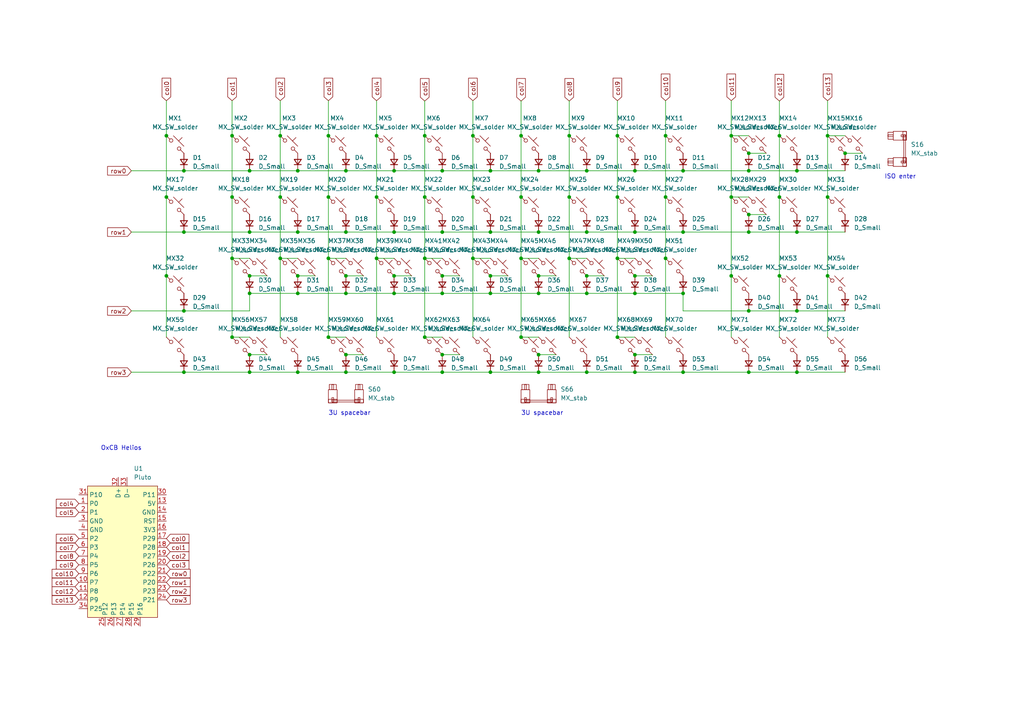
<source format=kicad_sch>
(kicad_sch (version 20230121) (generator eeschema)
  (paper "A4")
  (title_block (title "F-Rowless Num-Rowless XT Column Ortholinear Tenkeyless Keyboard"))
  (lib_symbols
    (symbol "Device:D_Small" (pin_numbers hide) (pin_names (offset 0.254) hide)
      (property "Reference" "D" (at -1.27 2.032 0))
      (property "Value" "D_Small" (at -3.81 -2.032 0))
      (symbol "D_Small_1_1"
        (pin passive line (at -2.54 0 0) (length 1.778) (name "K") (number "1"))
        (pin passive line (at 2.54 0 180) (length 1.778) (name "A") (number "2"))
      )
    )
    (symbol "PCM_marbastlib-mx:MX_SW_solder" (pin_numbers hide) (pin_names (offset 1.016) hide)
      (property "Reference" "MX" (at 3.048 1.016 0))
      (property "Value" "MX_SW_solder" (at 0 -3.81 0))
      (symbol "MX_SW_solder_0_1"
        (pin passive line (at -2.54 2.54 0) (length 0) (name "1") (number "1"))
        (pin passive line (at 2.54 -2.54 180) (length 0) (name "2") (number "2"))
      )
    )
    (symbol "PCM_marbastlib-mx:MX_stab" (pin_names (offset 1.016))
      (property "Reference" "S" (at -5.08 6.35 0))
      (property "Value" "MX_stab" (at -5.08 3.81 0))
    )
    (symbol "PCM_marbastlib-promicroish:Helios" (in_bom no)
      (property "Reference" "U" (at -7.62 22.86 0))
      (property "Value" "Pluto" (at -7.62 20.32 0))
      (symbol "Helios_0_0"
        (pin bidirectional line (at -12.7 13.97 0) (length 2.54) (name "P0") (number "1"))
        (pin bidirectional line (at -12.7 -8.89 0) (length 2.54) (name "P7") (number "10"))
        (pin bidirectional line (at -12.7 -11.43 0) (length 2.54) (name "P8") (number "11"))
        (pin bidirectional line (at -12.7 -13.97 0) (length 2.54) (name "P9") (number "12"))
        (pin power_out line (at 12.7 11.43 180) (length 2.54) (name "GND") (number "14"))
        (pin bidirectional line (at 12.7 8.89 180) (length 2.54) (name "RST") (number "15"))
        (pin bidirectional line (at 12.7 3.81 180) (length 2.54) (name "P29") (number "17"))
        (pin bidirectional line (at 12.7 1.27 180) (length 2.54) (name "P28") (number "18"))
        (pin bidirectional line (at 12.7 -1.27 180) (length 2.54) (name "P27") (number "19"))
        (pin bidirectional line (at -12.7 11.43 0) (length 2.54) (name "P1") (number "2"))
        (pin bidirectional line (at 12.7 -3.81 180) (length 2.54) (name "P26") (number "20"))
        (pin bidirectional line (at 12.7 -6.35 180) (length 2.54) (name "P22") (number "21"))
        (pin bidirectional line (at 12.7 -8.89 180) (length 2.54) (name "P20") (number "22"))
        (pin bidirectional line (at 12.7 -11.43 180) (length 2.54) (name "P23") (number "23"))
        (pin bidirectional line (at 12.7 -13.97 180) (length 2.54) (name "P21") (number "24"))
        (pin power_out line (at -12.7 8.89 0) (length 2.54) (name "GND") (number "3"))
        (pin power_out line (at -12.7 6.35 0) (length 2.54) (name "GND") (number "4"))
        (pin bidirectional line (at -12.7 3.81 0) (length 2.54) (name "P2") (number "5"))
        (pin bidirectional line (at -12.7 1.27 0) (length 2.54) (name "P3") (number "6"))
        (pin bidirectional line (at -12.7 -1.27 0) (length 2.54) (name "P4") (number "7"))
        (pin bidirectional line (at -12.7 -3.81 0) (length 2.54) (name "P5") (number "8"))
        (pin bidirectional line (at -12.7 -6.35 0) (length 2.54) (name "P6") (number "9"))
      )
      (symbol "Helios_1_0"
        (pin bidirectional line (at 12.7 13.97 180) (length 2.54) (name "5V") (number "13"))
        (pin power_out line (at 12.7 6.35 180) (length 2.54) (name "3V3") (number "16"))
        (pin bidirectional line (at -5.08 -21.59 90) (length 2.54) (name "P12") (number "25"))
        (pin bidirectional line (at -2.54 -21.59 90) (length 2.54) (name "P13") (number "26"))
        (pin bidirectional line (at 0 -21.59 90) (length 2.54) (name "P14") (number "27"))
        (pin bidirectional line (at 2.54 -21.59 90) (length 2.54) (name "P15") (number "28"))
        (pin bidirectional line (at 5.08 -21.59 90) (length 2.54) (name "P16") (number "29"))
        (pin power_in line (at 12.7 16.51 180) (length 2.54) (name "P11") (number "30"))
        (pin bidirectional line (at -12.7 16.51 0) (length 2.54) (name "P10") (number "31"))
        (pin bidirectional line (at -1.27 21.59 270) (length 2.54) (name "D+") (number "32"))
        (pin bidirectional line (at 1.27 21.59 270) (length 2.54) (name "D-") (number "33"))
        (pin bidirectional line (at -12.7 -16.51 0) (length 2.54) (name "P25") (number "34"))
      )
    )
  )
  (junction (at 123.19 97.79))
  (junction (at 156.21 67.31))
  (junction (at 123.19 39.37))
  (junction (at 193.04 74.93))
  (junction (at 165.1 74.93))
  (junction (at 151.13 57.15))
  (junction (at 123.19 57.15))
  (junction (at 128.27 67.31))
  (junction (at 156.21 80.01))
  (junction (at 100.33 80.01))
  (junction (at 217.17 44.45))
  (junction (at 95.25 97.79))
  (junction (at 137.16 57.15))
  (junction (at 217.17 107.95))
  (junction (at 170.18 80.01))
  (junction (at 100.33 102.87))
  (junction (at 217.17 67.31))
  (junction (at 184.15 85.09))
  (junction (at 212.09 80.01))
  (junction (at 151.13 97.79))
  (junction (at 193.04 57.15))
  (junction (at 179.07 39.37))
  (junction (at 114.3 85.09))
  (junction (at 48.26 57.15))
  (junction (at 142.24 67.31))
  (junction (at 128.27 80.01))
  (junction (at 198.12 67.31))
  (junction (at 170.18 107.95))
  (junction (at 179.07 74.93))
  (junction (at 137.16 39.37))
  (junction (at 100.33 107.95))
  (junction (at 226.06 39.37))
  (junction (at 53.34 90.17))
  (junction (at 72.39 80.01))
  (junction (at 72.39 102.87))
  (junction (at 109.22 57.15))
  (junction (at 86.36 49.53))
  (junction (at 165.1 57.15))
  (junction (at 184.15 102.87))
  (junction (at 156.21 102.87))
  (junction (at 179.07 57.15))
  (junction (at 86.36 67.31))
  (junction (at 226.06 57.15))
  (junction (at 142.24 80.01))
  (junction (at 86.36 80.01))
  (junction (at 151.13 74.93))
  (junction (at 231.14 67.31))
  (junction (at 240.03 57.15))
  (junction (at 53.34 107.95))
  (junction (at 95.25 74.93))
  (junction (at 156.21 85.09))
  (junction (at 217.17 90.17))
  (junction (at 217.17 62.23))
  (junction (at 231.14 49.53))
  (junction (at 95.25 39.37))
  (junction (at 156.21 107.95))
  (junction (at 184.15 80.01))
  (junction (at 72.39 49.53))
  (junction (at 245.11 44.45))
  (junction (at 109.22 39.37))
  (junction (at 231.14 90.17))
  (junction (at 151.13 39.37))
  (junction (at 114.3 49.53))
  (junction (at 81.28 57.15))
  (junction (at 86.36 85.09))
  (junction (at 128.27 85.09))
  (junction (at 81.28 39.37))
  (junction (at 100.33 67.31))
  (junction (at 240.03 39.37))
  (junction (at 142.24 85.09))
  (junction (at 231.14 107.95))
  (junction (at 123.19 74.93))
  (junction (at 240.03 80.01))
  (junction (at 212.09 57.15))
  (junction (at 100.33 49.53))
  (junction (at 128.27 102.87))
  (junction (at 72.39 107.95))
  (junction (at 217.17 49.53))
  (junction (at 67.31 39.37))
  (junction (at 212.09 39.37))
  (junction (at 198.12 107.95))
  (junction (at 184.15 67.31))
  (junction (at 53.34 67.31))
  (junction (at 67.31 97.79))
  (junction (at 128.27 49.53))
  (junction (at 142.24 49.53))
  (junction (at 170.18 67.31))
  (junction (at 72.39 85.09))
  (junction (at 48.26 80.01))
  (junction (at 156.21 49.53))
  (junction (at 100.33 85.09))
  (junction (at 109.22 74.93))
  (junction (at 72.39 67.31))
  (junction (at 142.24 107.95))
  (junction (at 67.31 74.93))
  (junction (at 170.18 85.09))
  (junction (at 184.15 49.53))
  (junction (at 114.3 80.01))
  (junction (at 53.34 49.53))
  (junction (at 95.25 57.15))
  (junction (at 81.28 74.93))
  (junction (at 179.07 97.79))
  (junction (at 128.27 107.95))
  (junction (at 67.31 57.15))
  (junction (at 184.15 107.95))
  (junction (at 86.36 107.95))
  (junction (at 165.1 39.37))
  (junction (at 137.16 74.93))
  (junction (at 198.12 49.53))
  (junction (at 114.3 67.31))
  (junction (at 48.26 39.37))
  (junction (at 114.3 107.95))
  (junction (at 198.12 85.09))
  (junction (at 193.04 39.37))
  (junction (at 170.18 49.53))
  (junction (at 226.06 80.01))
  (wire (pts (xy 142.24 85.09) (xy 156.21 85.09)))
  (wire (pts (xy 142.24 49.53) (xy 156.21 49.53)))
  (wire (pts (xy 86.36 107.95) (xy 100.33 107.95)))
  (wire (pts (xy 81.28 29.21) (xy 81.28 39.37)))
  (wire (pts (xy 114.3 85.09) (xy 128.27 85.09)))
  (wire (pts (xy 226.06 57.15) (xy 226.06 80.01)))
  (wire (pts (xy 217.17 49.53) (xy 231.14 49.53)))
  (wire (pts (xy 231.14 107.95) (xy 245.11 107.95)))
  (wire (pts (xy 67.31 29.21) (xy 67.31 39.37)))
  (wire (pts (xy 137.16 57.15) (xy 137.16 74.93)))
  (wire (pts (xy 217.17 44.45) (xy 222.25 44.45)))
  (wire (pts (xy 165.1 57.15) (xy 165.1 74.93)))
  (wire (pts (xy 151.13 74.93) (xy 156.21 74.93)))
  (wire (pts (xy 151.13 57.15) (xy 151.13 74.93)))
  (wire (pts (xy 156.21 107.95) (xy 170.18 107.95)))
  (wire (pts (xy 48.26 80.01) (xy 48.26 97.79)))
  (wire (pts (xy 109.22 57.15) (xy 109.22 74.93)))
  (wire (pts (xy 109.22 39.37) (xy 109.22 57.15)))
  (wire (pts (xy 226.06 29.21) (xy 226.06 39.37)))
  (wire (pts (xy 212.09 29.21) (xy 212.09 39.37)))
  (wire (pts (xy 151.13 29.21) (xy 151.13 39.37)))
  (wire (pts (xy 100.33 102.87) (xy 105.41 102.87)))
  (wire (pts (xy 170.18 67.31) (xy 184.15 67.31)))
  (wire (pts (xy 212.09 39.37) (xy 217.17 39.37)))
  (wire (pts (xy 240.03 80.01) (xy 240.03 97.79)))
  (wire (pts (xy 123.19 97.79) (xy 128.27 97.79)))
  (wire (pts (xy 217.17 67.31) (xy 231.14 67.31)))
  (wire (pts (xy 72.39 90.17) (xy 53.34 90.17)))
  (wire (pts (xy 137.16 39.37) (xy 137.16 57.15)))
  (wire (pts (xy 128.27 67.31) (xy 142.24 67.31)))
  (wire (pts (xy 48.26 39.37) (xy 48.26 57.15)))
  (wire (pts (xy 212.09 80.01) (xy 212.09 97.79)))
  (wire (pts (xy 123.19 57.15) (xy 123.19 74.93)))
  (wire (pts (xy 184.15 49.53) (xy 198.12 49.53)))
  (wire (pts (xy 128.27 102.87) (xy 133.35 102.87)))
  (wire (pts (xy 142.24 107.95) (xy 156.21 107.95)))
  (wire (pts (xy 72.39 102.87) (xy 77.47 102.87)))
  (wire (pts (xy 38.1 49.53) (xy 53.34 49.53)))
  (wire (pts (xy 72.39 67.31) (xy 86.36 67.31)))
  (wire (pts (xy 184.15 67.31) (xy 198.12 67.31)))
  (wire (pts (xy 212.09 57.15) (xy 217.17 57.15)))
  (wire (pts (xy 245.11 44.45) (xy 250.19 44.45)))
  (wire (pts (xy 128.27 49.53) (xy 142.24 49.53)))
  (wire (pts (xy 48.26 29.21) (xy 48.26 39.37)))
  (wire (pts (xy 72.39 80.01) (xy 77.47 80.01)))
  (wire (pts (xy 95.25 57.15) (xy 95.25 74.93)))
  (wire (pts (xy 100.33 85.09) (xy 114.3 85.09)))
  (wire (pts (xy 137.16 74.93) (xy 142.24 74.93)))
  (wire (pts (xy 179.07 97.79) (xy 184.15 97.79)))
  (wire (pts (xy 231.14 67.31) (xy 245.11 67.31)))
  (wire (pts (xy 179.07 39.37) (xy 179.07 57.15)))
  (wire (pts (xy 95.25 39.37) (xy 95.25 57.15)))
  (wire (pts (xy 217.17 107.95) (xy 231.14 107.95)))
  (wire (pts (xy 38.1 107.95) (xy 53.34 107.95)))
  (wire (pts (xy 193.04 57.15) (xy 193.04 74.93)))
  (wire (pts (xy 142.24 80.01) (xy 147.32 80.01)))
  (wire (pts (xy 100.33 80.01) (xy 105.41 80.01)))
  (wire (pts (xy 128.27 107.95) (xy 142.24 107.95)))
  (wire (pts (xy 179.07 74.93) (xy 179.07 97.79)))
  (wire (pts (xy 184.15 107.95) (xy 198.12 107.95)))
  (wire (pts (xy 95.25 74.93) (xy 100.33 74.93)))
  (wire (pts (xy 151.13 74.93) (xy 151.13 97.79)))
  (wire (pts (xy 123.19 39.37) (xy 123.19 57.15)))
  (wire (pts (xy 165.1 74.93) (xy 170.18 74.93)))
  (wire (pts (xy 240.03 39.37) (xy 240.03 57.15)))
  (wire (pts (xy 165.1 29.21) (xy 165.1 39.37)))
  (wire (pts (xy 67.31 74.93) (xy 72.39 74.93)))
  (wire (pts (xy 72.39 85.09) (xy 72.39 90.17)))
  (wire (pts (xy 226.06 80.01) (xy 226.06 97.79)))
  (wire (pts (xy 86.36 67.31) (xy 100.33 67.31)))
  (wire (pts (xy 67.31 57.15) (xy 67.31 74.93)))
  (wire (pts (xy 156.21 49.53) (xy 170.18 49.53)))
  (wire (pts (xy 53.34 107.95) (xy 72.39 107.95)))
  (wire (pts (xy 128.27 80.01) (xy 133.35 80.01)))
  (wire (pts (xy 128.27 85.09) (xy 142.24 85.09)))
  (wire (pts (xy 109.22 29.21) (xy 109.22 39.37)))
  (wire (pts (xy 198.12 90.17) (xy 198.12 85.09)))
  (wire (pts (xy 165.1 39.37) (xy 165.1 57.15)))
  (wire (pts (xy 38.1 90.17) (xy 53.34 90.17)))
  (wire (pts (xy 240.03 39.37) (xy 245.11 39.37)))
  (wire (pts (xy 53.34 49.53) (xy 72.39 49.53)))
  (wire (pts (xy 72.39 107.95) (xy 86.36 107.95)))
  (wire (pts (xy 198.12 67.31) (xy 217.17 67.31)))
  (wire (pts (xy 53.34 67.31) (xy 72.39 67.31)))
  (wire (pts (xy 231.14 90.17) (xy 245.11 90.17)))
  (wire (pts (xy 123.19 74.93) (xy 123.19 97.79)))
  (wire (pts (xy 81.28 74.93) (xy 81.28 97.79)))
  (wire (pts (xy 170.18 49.53) (xy 184.15 49.53)))
  (wire (pts (xy 48.26 57.15) (xy 48.26 80.01)))
  (wire (pts (xy 212.09 39.37) (xy 212.09 57.15)))
  (wire (pts (xy 123.19 29.21) (xy 123.19 39.37)))
  (wire (pts (xy 38.1 67.31) (xy 53.34 67.31)))
  (wire (pts (xy 95.25 74.93) (xy 95.25 97.79)))
  (wire (pts (xy 226.06 39.37) (xy 226.06 57.15)))
  (wire (pts (xy 184.15 85.09) (xy 198.12 85.09)))
  (wire (pts (xy 156.21 67.31) (xy 170.18 67.31)))
  (wire (pts (xy 240.03 29.21) (xy 240.03 39.37)))
  (wire (pts (xy 86.36 49.53) (xy 100.33 49.53)))
  (wire (pts (xy 156.21 80.01) (xy 161.29 80.01)))
  (wire (pts (xy 72.39 85.09) (xy 86.36 85.09)))
  (wire (pts (xy 109.22 74.93) (xy 114.3 74.93)))
  (wire (pts (xy 170.18 80.01) (xy 175.26 80.01)))
  (wire (pts (xy 72.39 49.53) (xy 86.36 49.53)))
  (wire (pts (xy 86.36 85.09) (xy 100.33 85.09)))
  (wire (pts (xy 217.17 62.23) (xy 222.25 62.23)))
  (wire (pts (xy 170.18 85.09) (xy 184.15 85.09)))
  (wire (pts (xy 81.28 57.15) (xy 81.28 74.93)))
  (wire (pts (xy 151.13 39.37) (xy 151.13 57.15)))
  (wire (pts (xy 67.31 97.79) (xy 72.39 97.79)))
  (wire (pts (xy 170.18 107.95) (xy 184.15 107.95)))
  (wire (pts (xy 193.04 39.37) (xy 193.04 57.15)))
  (wire (pts (xy 151.13 97.79) (xy 156.21 97.79)))
  (wire (pts (xy 67.31 74.93) (xy 67.31 97.79)))
  (wire (pts (xy 100.33 67.31) (xy 114.3 67.31)))
  (wire (pts (xy 123.19 74.93) (xy 128.27 74.93)))
  (wire (pts (xy 137.16 74.93) (xy 137.16 97.79)))
  (wire (pts (xy 217.17 90.17) (xy 198.12 90.17)))
  (wire (pts (xy 67.31 39.37) (xy 67.31 57.15)))
  (wire (pts (xy 81.28 39.37) (xy 81.28 57.15)))
  (wire (pts (xy 165.1 74.93) (xy 165.1 97.79)))
  (wire (pts (xy 198.12 107.95) (xy 217.17 107.95)))
  (wire (pts (xy 184.15 80.01) (xy 189.23 80.01)))
  (wire (pts (xy 114.3 107.95) (xy 128.27 107.95)))
  (wire (pts (xy 231.14 49.53) (xy 245.11 49.53)))
  (wire (pts (xy 179.07 29.21) (xy 179.07 39.37)))
  (wire (pts (xy 100.33 107.95) (xy 114.3 107.95)))
  (wire (pts (xy 156.21 102.87) (xy 161.29 102.87)))
  (wire (pts (xy 114.3 49.53) (xy 128.27 49.53)))
  (wire (pts (xy 179.07 74.93) (xy 184.15 74.93)))
  (wire (pts (xy 137.16 29.21) (xy 137.16 39.37)))
  (wire (pts (xy 86.36 80.01) (xy 91.44 80.01)))
  (wire (pts (xy 114.3 80.01) (xy 119.38 80.01)))
  (wire (pts (xy 156.21 85.09) (xy 170.18 85.09)))
  (wire (pts (xy 198.12 49.53) (xy 217.17 49.53)))
  (wire (pts (xy 193.04 29.21) (xy 193.04 39.37)))
  (wire (pts (xy 95.25 29.21) (xy 95.25 39.37)))
  (wire (pts (xy 240.03 57.15) (xy 240.03 80.01)))
  (wire (pts (xy 193.04 74.93) (xy 193.04 97.79)))
  (wire (pts (xy 81.28 74.93) (xy 86.36 74.93)))
  (wire (pts (xy 179.07 57.15) (xy 179.07 74.93)))
  (wire (pts (xy 217.17 90.17) (xy 231.14 90.17)))
  (wire (pts (xy 212.09 57.15) (xy 212.09 80.01)))
  (wire (pts (xy 114.3 67.31) (xy 128.27 67.31)))
  (wire (pts (xy 184.15 102.87) (xy 189.23 102.87)))
  (wire (pts (xy 100.33 49.53) (xy 114.3 49.53)))
  (wire (pts (xy 142.24 67.31) (xy 156.21 67.31)))
  (wire (pts (xy 95.25 97.79) (xy 100.33 97.79)))
  (wire (pts (xy 109.22 74.93) (xy 109.22 97.79)))
  (text "ISO enter" (at 256.54 52.07 0) (effects (font (size 1.27 1.27)) (justify left bottom)))
  (text "OxCB Helios" (at 29.21 130.81 0) (effects (font (size 1.27 1.27)) (justify left bottom)))
  (text "3U spacebar" (at 95.25 120.65 0) (effects (font (size 1.27 1.27)) (justify left bottom)))
  (text "3U spacebar" (at 151.13 120.65 0) (effects (font (size 1.27 1.27)) (justify left bottom)))
  (global_label "col9" (shape input) (at 22.86 163.83 180) (property "Intersheetrefs" "${INTERSHEET_REFS}" (effects hide)))
  (global_label "row2" (shape input) (at 48.26 171.45 0) (property "Intersheetrefs" "${INTERSHEET_REFS}" (effects hide)))
  (global_label "col11" (shape input) (at 212.09 29.21 90) (property "Intersheetrefs" "${INTERSHEET_REFS}" (effects hide)))
  (global_label "row2" (shape input) (at 38.1 90.17 180) (property "Intersheetrefs" "${INTERSHEET_REFS}" (effects hide)))
  (global_label "col6" (shape input) (at 137.16 29.21 90) (property "Intersheetrefs" "${INTERSHEET_REFS}" (effects hide)))
  (global_label "col6" (shape input) (at 22.86 156.21 180) (property "Intersheetrefs" "${INTERSHEET_REFS}" (effects hide)))
  (global_label "col2" (shape input) (at 81.28 29.21 90) (property "Intersheetrefs" "${INTERSHEET_REFS}" (effects hide)))
  (global_label "col3" (shape input) (at 95.25 29.21 90) (property "Intersheetrefs" "${INTERSHEET_REFS}" (effects hide)))
  (global_label "col8" (shape input) (at 22.86 161.29 180) (property "Intersheetrefs" "${INTERSHEET_REFS}" (effects hide)))
  (global_label "col4" (shape input) (at 22.86 146.05 180) (property "Intersheetrefs" "${INTERSHEET_REFS}" (effects hide)))
  (global_label "row0" (shape input) (at 48.26 166.37 0) (property "Intersheetrefs" "${INTERSHEET_REFS}" (effects hide)))
  (global_label "col4" (shape input) (at 109.22 29.21 90) (property "Intersheetrefs" "${INTERSHEET_REFS}" (effects hide)))
  (global_label "col1" (shape input) (at 48.26 158.75 0) (property "Intersheetrefs" "${INTERSHEET_REFS}" (effects hide)))
  (global_label "col7" (shape input) (at 22.86 158.75 180) (property "Intersheetrefs" "${INTERSHEET_REFS}" (effects hide)))
  (global_label "col10" (shape input) (at 22.86 166.37 180) (property "Intersheetrefs" "${INTERSHEET_REFS}" (effects hide)))
  (global_label "col1" (shape input) (at 67.31 29.21 90) (property "Intersheetrefs" "${INTERSHEET_REFS}" (effects hide)))
  (global_label "col5" (shape input) (at 123.19 29.316 90) (property "Intersheetrefs" "${INTERSHEET_REFS}" (effects hide)))
  (global_label "row0" (shape input) (at 38.1 49.53 180) (property "Intersheetrefs" "${INTERSHEET_REFS}" (effects hide)))
  (global_label "col11" (shape input) (at 22.86 168.91 180) (property "Intersheetrefs" "${INTERSHEET_REFS}" (effects hide)))
  (global_label "row1" (shape input) (at 38.1 67.31 180) (property "Intersheetrefs" "${INTERSHEET_REFS}" (effects hide)))
  (global_label "col5" (shape input) (at 22.86 148.59 180) (property "Intersheetrefs" "${INTERSHEET_REFS}" (effects hide)))
  (global_label "col13" (shape input) (at 240.03 29.21 90) (property "Intersheetrefs" "${INTERSHEET_REFS}" (effects hide)))
  (global_label "col10" (shape input) (at 193.04 29.21 90) (property "Intersheetrefs" "${INTERSHEET_REFS}" (effects hide)))
  (global_label "col12" (shape input) (at 226.06 29.316 90) (property "Intersheetrefs" "${INTERSHEET_REFS}" (effects hide)))
  (global_label "col8" (shape input) (at 165.1 29.316 90) (property "Intersheetrefs" "${INTERSHEET_REFS}" (effects hide)))
  (global_label "col7" (shape input) (at 151.13 29.316 90) (property "Intersheetrefs" "${INTERSHEET_REFS}" (effects hide)))
  (global_label "col9" (shape input) (at 179.07 29.21 90) (property "Intersheetrefs" "${INTERSHEET_REFS}" (effects hide)))
  (global_label "col2" (shape input) (at 48.26 161.29 0) (property "Intersheetrefs" "${INTERSHEET_REFS}" (effects hide)))
  (global_label "row3" (shape input) (at 48.26 173.99 0) (property "Intersheetrefs" "${INTERSHEET_REFS}" (effects hide)))
  (global_label "row1" (shape input) (at 48.26 168.91 0) (property "Intersheetrefs" "${INTERSHEET_REFS}" (effects hide)))
  (global_label "col3" (shape input) (at 48.26 163.83 0) (property "Intersheetrefs" "${INTERSHEET_REFS}" (effects hide)))
  (global_label "col0" (shape input) (at 48.26 29.21 90) (property "Intersheetrefs" "${INTERSHEET_REFS}" (effects hide)))
  (global_label "col13" (shape input) (at 22.86 173.99 180) (property "Intersheetrefs" "${INTERSHEET_REFS}" (effects hide)))
  (global_label "col12" (shape input) (at 22.86 171.45 180) (property "Intersheetrefs" "${INTERSHEET_REFS}" (effects hide)))
  (global_label "col0" (shape input) (at 48.26 156.21 0) (property "Intersheetrefs" "${INTERSHEET_REFS}" (effects hide)))
  (global_label "row3" (shape input) (at 38.1 107.95 180) (property "Intersheetrefs" "${INTERSHEET_REFS}" (effects hide)))
  (symbol (lib_id "PCM_marbastlib-mx:MX_SW_solder") (at 153.67 100.33 0) (unit 1)
    (property "Reference" "MX65" (at 153.67 92.71 0))
    (property "Value" "MX_SW_solder" (at 153.67 95.25 0))
    (property "Footprint" "PCM_marbastlib-mx:SW_MX_1u" (effects hide))
  )
  (symbol (lib_id "PCM_marbastlib-mx:MX_SW_solder") (at 139.7 77.47 0) (unit 1)
    (property "Reference" "MX43" (at 139.7 69.85 0))
    (property "Value" "MX_SW_solder" (at 139.7 72.39 0))
    (property "Footprint" "PCM_marbastlib-mx:SW_MX_1u" (effects hide))
  )
  (symbol (lib_id "Device:D_Small") (at 231.14 105.41 90) (unit 1)
    (property "Reference" "D55" (at 233.68 104.14 90) (effects (justify right)))
    (property "Value" "D_Small" (at 233.68 106.68 90) (effects (justify right)))
    (property "Footprint" "footprints:D_DO-35_SOD27_P5.08mm_Horizontal" (effects hide))
    (property "Sim.Device" "D" (effects hide))
    (property "Sim.Pins" "1=K 2=A" (effects hide))
  )
  (symbol (lib_id "PCM_marbastlib-mx:MX_stab") (at 156.21 114.3 0) (unit 1)
    (property "Reference" "S66" (at 162.56 112.903 0) (effects (justify left)))
    (property "Value" "MX_stab" (at 162.56 115.443 0) (effects (justify left)))
    (property "Footprint" "PCM_marbastlib-mx:STAB_MX_P_3u" (effects hide))
  )
  (symbol (lib_id "PCM_marbastlib-mx:MX_SW_solder") (at 83.82 100.33 0) (unit 1)
    (property "Reference" "MX58" (at 83.82 92.71 0))
    (property "Value" "MX_SW_solder" (at 83.82 95.25 0))
    (property "Footprint" "PCM_marbastlib-mx:SW_MX_1u" (effects hide))
  )
  (symbol (lib_id "Device:D_Small") (at 231.14 46.99 90) (unit 1)
    (property "Reference" "D13" (at 233.68 45.72 90) (effects (justify right)))
    (property "Value" "D_Small" (at 233.68 48.26 90) (effects (justify right)))
    (property "Footprint" "footprints:D_DO-35_SOD27_P5.08mm_Horizontal" (effects hide))
    (property "Sim.Device" "D" (effects hide))
    (property "Sim.Pins" "1=K 2=A" (effects hide))
  )
  (symbol (lib_id "PCM_marbastlib-mx:MX_SW_solder") (at 181.61 100.33 0) (unit 1)
    (property "Reference" "MX68" (at 181.61 92.71 0))
    (property "Value" "MX_SW_solder" (at 181.61 95.25 0))
    (property "Footprint" "PCM_marbastlib-mx:SW_MX_1u" (effects hide))
  )
  (symbol (lib_id "PCM_marbastlib-mx:MX_SW_solder") (at 111.76 59.69 0) (unit 1)
    (property "Reference" "MX21" (at 111.76 52.07 0))
    (property "Value" "MX_SW_solder" (at 111.76 54.61 0))
    (property "Footprint" "PCM_marbastlib-mx:SW_MX_1u" (effects hide))
  )
  (symbol (lib_id "PCM_marbastlib-mx:MX_SW_solder") (at 247.65 41.91 0) (unit 1)
    (property "Reference" "MX16" (at 247.65 34.29 0))
    (property "Value" "MX_SW_solder" (at 247.65 36.83 0))
    (property "Footprint" "PCM_marbastlib-mx:SW_MX_1u" (effects hide))
  )
  (symbol (lib_id "PCM_marbastlib-mx:MX_SW_solder") (at 83.82 59.69 0) (unit 1)
    (property "Reference" "MX19" (at 83.82 52.07 0))
    (property "Value" "MX_SW_solder" (at 83.82 54.61 0))
    (property "Footprint" "PCM_marbastlib-mx:SW_MX_1u" (effects hide))
  )
  (symbol (lib_id "PCM_marbastlib-mx:MX_SW_solder") (at 130.81 100.33 0) (unit 1)
    (property "Reference" "MX63" (at 130.81 92.71 0))
    (property "Value" "MX_SW_solder" (at 130.81 95.25 0))
    (property "Footprint" "PCM_marbastlib-mx:SW_MX_1u" (effects hide))
  )
  (symbol (lib_id "Device:D_Small") (at 53.34 105.41 90) (unit 1)
    (property "Reference" "D43" (at 55.88 104.14 90) (effects (justify right)))
    (property "Value" "D_Small" (at 55.88 106.68 90) (effects (justify right)))
    (property "Footprint" "footprints:D_DO-35_SOD27_P5.08mm_Horizontal" (effects hide))
    (property "Sim.Device" "D" (effects hide))
    (property "Sim.Pins" "1=K 2=A" (effects hide))
  )
  (symbol (lib_id "Device:D_Small") (at 114.3 105.41 90) (unit 1)
    (property "Reference" "D47" (at 116.84 104.14 90) (effects (justify right)))
    (property "Value" "D_Small" (at 116.84 106.68 90) (effects (justify right)))
    (property "Footprint" "footprints:D_DO-35_SOD27_P5.08mm_Horizontal" (effects hide))
    (property "Sim.Device" "D" (effects hide))
    (property "Sim.Pins" "1=K 2=A" (effects hide))
  )
  (symbol (lib_id "PCM_marbastlib-mx:MX_SW_solder") (at 153.67 59.69 0) (unit 1)
    (property "Reference" "MX24" (at 153.67 52.07 0))
    (property "Value" "MX_SW_solder" (at 153.67 54.61 0))
    (property "Footprint" "PCM_marbastlib-mx:SW_MX_1u" (effects hide))
  )
  (symbol (lib_id "PCM_marbastlib-mx:MX_SW_solder") (at 228.6 82.55 0) (unit 1)
    (property "Reference" "MX53" (at 228.6 74.93 0))
    (property "Value" "MX_SW_solder" (at 228.6 77.47 0))
    (property "Footprint" "PCM_marbastlib-mx:SW_MX_1u" (effects hide))
  )
  (symbol (lib_id "Device:D_Small") (at 100.33 105.41 90) (unit 1)
    (property "Reference" "D46" (at 102.87 104.14 90) (effects (justify right)))
    (property "Value" "D_Small" (at 102.87 106.68 90) (effects (justify right)))
    (property "Footprint" "footprints:D_DO-35_SOD27_P5.08mm_Horizontal" (effects hide))
    (property "Sim.Device" "D" (effects hide))
    (property "Sim.Pins" "1=K 2=A" (effects hide))
  )
  (symbol (lib_id "PCM_marbastlib-mx:MX_stab") (at 100.33 114.3 0) (unit 1)
    (property "Reference" "S60" (at 106.68 112.903 0) (effects (justify left)))
    (property "Value" "MX_stab" (at 106.68 115.443 0) (effects (justify left)))
    (property "Footprint" "PCM_marbastlib-mx:STAB_MX_P_3u" (effects hide))
  )
  (symbol (lib_id "Device:D_Small") (at 53.34 46.99 90) (unit 1)
    (property "Reference" "D1" (at 55.88 45.72 90) (effects (justify right)))
    (property "Value" "D_Small" (at 55.88 48.26 90) (effects (justify right)))
    (property "Footprint" "footprints:D_DO-35_SOD27_P5.08mm_Horizontal" (effects hide))
    (property "Sim.Device" "D" (effects hide))
    (property "Sim.Pins" "1=K 2=A" (effects hide))
  )
  (symbol (lib_id "PCM_marbastlib-mx:MX_SW_solder") (at 97.79 41.91 0) (unit 1)
    (property "Reference" "MX4" (at 97.79 34.29 0))
    (property "Value" "MX_SW_solder" (at 97.79 36.83 0))
    (property "Footprint" "PCM_marbastlib-mx:SW_MX_1u" (effects hide))
  )
  (symbol (lib_id "Device:D_Small") (at 184.15 64.77 90) (unit 1)
    (property "Reference" "D24" (at 186.69 63.5 90) (effects (justify right)))
    (property "Value" "D_Small" (at 186.69 66.04 90) (effects (justify right)))
    (property "Footprint" "footprints:D_DO-35_SOD27_P5.08mm_Horizontal" (effects hide))
    (property "Sim.Device" "D" (effects hide))
    (property "Sim.Pins" "1=K 2=A" (effects hide))
  )
  (symbol (lib_id "PCM_marbastlib-mx:MX_SW_solder") (at 69.85 77.47 0) (unit 1)
    (property "Reference" "MX33" (at 69.85 69.85 0))
    (property "Value" "MX_SW_solder" (at 69.85 72.39 0))
    (property "Footprint" "PCM_marbastlib-mx:SW_MX_1u" (effects hide))
  )
  (symbol (lib_id "Device:D_Small") (at 86.36 64.77 90) (unit 1)
    (property "Reference" "D17" (at 88.9 63.5 90) (effects (justify right)))
    (property "Value" "D_Small" (at 88.9 66.04 90) (effects (justify right)))
    (property "Footprint" "footprints:D_DO-35_SOD27_P5.08mm_Horizontal" (effects hide))
    (property "Sim.Device" "D" (effects hide))
    (property "Sim.Pins" "1=K 2=A" (effects hide))
  )
  (symbol (lib_id "PCM_marbastlib-mx:MX_SW_solder") (at 167.64 41.91 0) (unit 1)
    (property "Reference" "MX9" (at 167.64 34.29 0))
    (property "Value" "MX_SW_solder" (at 167.64 36.83 0))
    (property "Footprint" "PCM_marbastlib-mx:SW_MX_1u" (effects hide))
  )
  (symbol (lib_id "Device:D_Small") (at 231.14 64.77 90) (unit 1)
    (property "Reference" "D27" (at 233.68 63.5 90) (effects (justify right)))
    (property "Value" "D_Small" (at 233.68 66.04 90) (effects (justify right)))
    (property "Footprint" "footprints:D_DO-35_SOD27_P5.08mm_Horizontal" (effects hide))
    (property "Sim.Device" "D" (effects hide))
    (property "Sim.Pins" "1=K 2=A" (effects hide))
  )
  (symbol (lib_id "PCM_marbastlib-mx:MX_SW_solder") (at 153.67 41.91 0) (unit 1)
    (property "Reference" "MX8" (at 153.67 34.29 0))
    (property "Value" "MX_SW_solder" (at 153.67 36.83 0))
    (property "Footprint" "PCM_marbastlib-mx:SW_MX_1u" (effects hide))
  )
  (symbol (lib_id "Device:D_Small") (at 53.34 87.63 90) (unit 1)
    (property "Reference" "D29" (at 55.88 86.36 90) (effects (justify right)))
    (property "Value" "D_Small" (at 55.88 88.9 90) (effects (justify right)))
    (property "Footprint" "footprints:D_DO-35_SOD27_P5.08mm_Horizontal" (effects hide))
    (property "Sim.Device" "D" (effects hide))
    (property "Sim.Pins" "1=K 2=A" (effects hide))
  )
  (symbol (lib_id "PCM_marbastlib-mx:MX_SW_solder") (at 125.73 77.47 0) (unit 1)
    (property "Reference" "MX41" (at 125.73 69.85 0))
    (property "Value" "MX_SW_solder" (at 125.73 72.39 0))
    (property "Footprint" "PCM_marbastlib-mx:SW_MX_1u" (effects hide))
  )
  (symbol (lib_id "Device:D_Small") (at 198.12 82.55 90) (unit 1)
    (property "Reference" "D39" (at 200.66 81.28 90) (effects (justify right)))
    (property "Value" "D_Small" (at 200.66 83.82 90) (effects (justify right)))
    (property "Footprint" "footprints:D_DO-35_SOD27_P5.08mm_Horizontal" (effects hide))
    (property "Sim.Device" "D" (effects hide))
    (property "Sim.Pins" "1=K 2=A" (effects hide))
  )
  (symbol (lib_id "PCM_marbastlib-mx:MX_SW_solder") (at 242.57 41.91 0) (unit 1)
    (property "Reference" "MX15" (at 242.57 34.29 0))
    (property "Value" "MX_SW_solder" (at 242.57 36.83 0))
    (property "Footprint" "PCM_marbastlib-mx:SW_MX_1u" (effects hide))
  )
  (symbol (lib_id "PCM_marbastlib-mx:MX_SW_solder") (at 139.7 59.69 0) (unit 1)
    (property "Reference" "MX23" (at 139.7 52.07 0))
    (property "Value" "MX_SW_solder" (at 139.7 54.61 0))
    (property "Footprint" "PCM_marbastlib-mx:SW_MX_1u" (effects hide))
  )
  (symbol (lib_id "Device:D_Small") (at 245.11 105.41 90) (unit 1)
    (property "Reference" "D56" (at 247.65 104.14 90) (effects (justify right)))
    (property "Value" "D_Small" (at 247.65 106.68 90) (effects (justify right)))
    (property "Footprint" "footprints:D_DO-35_SOD27_P5.08mm_Horizontal" (effects hide))
    (property "Sim.Device" "D" (effects hide))
    (property "Sim.Pins" "1=K 2=A" (effects hide))
  )
  (symbol (lib_id "PCM_marbastlib-mx:MX_SW_solder") (at 181.61 59.69 0) (unit 1)
    (property "Reference" "MX26" (at 181.61 52.07 0))
    (property "Value" "MX_SW_solder" (at 181.61 54.61 0))
    (property "Footprint" "PCM_marbastlib-mx:SW_MX_1u" (effects hide))
  )
  (symbol (lib_id "PCM_marbastlib-mx:MX_SW_solder") (at 228.6 41.91 0) (unit 1)
    (property "Reference" "MX14" (at 228.6 34.29 0))
    (property "Value" "MX_SW_solder" (at 228.6 36.83 0))
    (property "Footprint" "PCM_marbastlib-mx:SW_MX_1u" (effects hide))
  )
  (symbol (lib_id "Device:D_Small") (at 156.21 105.41 90) (unit 1)
    (property "Reference" "D50" (at 158.75 104.14 90) (effects (justify right)))
    (property "Value" "D_Small" (at 158.75 106.68 90) (effects (justify right)))
    (property "Footprint" "footprints:D_DO-35_SOD27_P5.08mm_Horizontal" (effects hide))
    (property "Sim.Device" "D" (effects hide))
    (property "Sim.Pins" "1=K 2=A" (effects hide))
  )
  (symbol (lib_id "PCM_marbastlib-mx:MX_SW_solder") (at 102.87 77.47 0) (unit 1)
    (property "Reference" "MX38" (at 102.87 69.85 0))
    (property "Value" "MX_SW_solder" (at 102.87 72.39 0))
    (property "Footprint" "PCM_marbastlib-mx:SW_MX_1u" (effects hide))
  )
  (symbol (lib_id "PCM_marbastlib-mx:MX_SW_solder") (at 74.93 77.47 0) (unit 1)
    (property "Reference" "MX34" (at 74.93 69.85 0))
    (property "Value" "MX_SW_solder" (at 74.93 72.39 0))
    (property "Footprint" "PCM_marbastlib-mx:SW_MX_1.5u" (effects hide))
  )
  (symbol (lib_id "Device:D_Small") (at 156.21 46.99 90) (unit 1)
    (property "Reference" "D8" (at 158.75 45.72 90) (effects (justify right)))
    (property "Value" "D_Small" (at 158.75 48.26 90) (effects (justify right)))
    (property "Footprint" "footprints:D_DO-35_SOD27_P5.08mm_Horizontal" (effects hide))
    (property "Sim.Device" "D" (effects hide))
    (property "Sim.Pins" "1=K 2=A" (effects hide))
  )
  (symbol (lib_id "PCM_marbastlib-mx:MX_SW_solder") (at 69.85 59.69 0) (unit 1)
    (property "Reference" "MX18" (at 69.85 52.07 0))
    (property "Value" "MX_SW_solder" (at 69.85 54.61 0))
    (property "Footprint" "PCM_marbastlib-mx:SW_MX_1u" (effects hide))
  )
  (symbol (lib_id "PCM_marbastlib-mx:MX_SW_solder") (at 242.57 82.55 0) (unit 1)
    (property "Reference" "MX54" (at 242.57 74.93 0))
    (property "Value" "MX_SW_solder" (at 242.57 77.47 0))
    (property "Footprint" "PCM_marbastlib-mx:SW_MX_1u" (effects hide))
  )
  (symbol (lib_id "PCM_marbastlib-mx:MX_SW_solder") (at 242.57 100.33 0) (unit 1)
    (property "Reference" "MX73" (at 242.57 92.71 0))
    (property "Value" "MX_SW_solder" (at 242.57 95.25 0))
    (property "Footprint" "PCM_marbastlib-mx:SW_MX_1u" (effects hide))
  )
  (symbol (lib_id "PCM_marbastlib-mx:MX_SW_solder") (at 111.76 77.47 0) (unit 1)
    (property "Reference" "MX39" (at 111.76 69.85 0))
    (property "Value" "MX_SW_solder" (at 111.76 72.39 0))
    (property "Footprint" "PCM_marbastlib-mx:SW_MX_1u" (effects hide))
  )
  (symbol (lib_id "PCM_marbastlib-mx:MX_SW_solder") (at 214.63 41.91 0) (unit 1)
    (property "Reference" "MX12" (at 214.63 34.29 0))
    (property "Value" "MX_SW_solder" (at 214.63 36.83 0))
    (property "Footprint" "PCM_marbastlib-mx:SW_MX_1u" (effects hide))
  )
  (symbol (lib_id "Device:D_Small") (at 114.3 64.77 90) (unit 1)
    (property "Reference" "D19" (at 116.84 63.5 90) (effects (justify right)))
    (property "Value" "D_Small" (at 116.84 66.04 90) (effects (justify right)))
    (property "Footprint" "footprints:D_DO-35_SOD27_P5.08mm_Horizontal" (effects hide))
    (property "Sim.Device" "D" (effects hide))
    (property "Sim.Pins" "1=K 2=A" (effects hide))
  )
  (symbol (lib_id "PCM_marbastlib-mx:MX_SW_solder") (at 219.71 59.69 0) (unit 1)
    (property "Reference" "MX29" (at 219.71 52.07 0))
    (property "Value" "MX_SW_solder" (at 219.71 54.61 0))
    (property "Footprint" "PCM_marbastlib-mx:SW_MX_1u" (effects hide))
  )
  (symbol (lib_id "Device:D_Small") (at 184.15 46.99 90) (unit 1)
    (property "Reference" "D10" (at 186.69 45.72 90) (effects (justify right)))
    (property "Value" "D_Small" (at 186.69 48.26 90) (effects (justify right)))
    (property "Footprint" "footprints:D_DO-35_SOD27_P5.08mm_Horizontal" (effects hide))
    (property "Sim.Device" "D" (effects hide))
    (property "Sim.Pins" "1=K 2=A" (effects hide))
  )
  (symbol (lib_id "Device:D_Small") (at 170.18 46.99 90) (unit 1)
    (property "Reference" "D9" (at 172.72 45.72 90) (effects (justify right)))
    (property "Value" "D_Small" (at 172.72 48.26 90) (effects (justify right)))
    (property "Footprint" "footprints:D_DO-35_SOD27_P5.08mm_Horizontal" (effects hide))
    (property "Sim.Device" "D" (effects hide))
    (property "Sim.Pins" "1=K 2=A" (effects hide))
  )
  (symbol (lib_id "Device:D_Small") (at 184.15 82.55 90) (unit 1)
    (property "Reference" "D38" (at 186.69 81.28 90) (effects (justify right)))
    (property "Value" "D_Small" (at 186.69 83.82 90) (effects (justify right)))
    (property "Footprint" "footprints:D_DO-35_SOD27_P5.08mm_Horizontal" (effects hide))
    (property "Sim.Device" "D" (effects hide))
    (property "Sim.Pins" "1=K 2=A" (effects hide))
  )
  (symbol (lib_id "Device:D_Small") (at 170.18 82.55 90) (unit 1)
    (property "Reference" "D37" (at 172.72 81.28 90) (effects (justify right)))
    (property "Value" "D_Small" (at 172.72 83.82 90) (effects (justify right)))
    (property "Footprint" "footprints:D_DO-35_SOD27_P5.08mm_Horizontal" (effects hide))
    (property "Sim.Device" "D" (effects hide))
    (property "Sim.Pins" "1=K 2=A" (effects hide))
  )
  (symbol (lib_id "Device:D_Small") (at 72.39 64.77 90) (unit 1)
    (property "Reference" "D16" (at 74.93 63.5 90) (effects (justify right)))
    (property "Value" "D_Small" (at 74.93 66.04 90) (effects (justify right)))
    (property "Footprint" "footprints:D_DO-35_SOD27_P5.08mm_Horizontal" (effects hide))
    (property "Sim.Device" "D" (effects hide))
    (property "Sim.Pins" "1=K 2=A" (effects hide))
  )
  (symbol (lib_id "PCM_marbastlib-mx:MX_SW_solder") (at 214.63 100.33 0) (unit 1)
    (property "Reference" "MX71" (at 214.63 92.71 0))
    (property "Value" "MX_SW_solder" (at 214.63 95.25 0))
    (property "Footprint" "PCM_marbastlib-mx:SW_MX_1u" (effects hide))
  )
  (symbol (lib_id "PCM_marbastlib-mx:MX_SW_solder") (at 125.73 100.33 0) (unit 1)
    (property "Reference" "MX62" (at 125.73 92.71 0))
    (property "Value" "MX_SW_solder" (at 125.73 95.25 0))
    (property "Footprint" "PCM_marbastlib-mx:SW_MX_1u" (effects hide))
  )
  (symbol (lib_id "Device:D_Small") (at 142.24 64.77 90) (unit 1)
    (property "Reference" "D21" (at 144.78 63.5 90) (effects (justify right)))
    (property "Value" "D_Small" (at 144.78 66.04 90) (effects (justify right)))
    (property "Footprint" "footprints:D_DO-35_SOD27_P5.08mm_Horizontal" (effects hide))
    (property "Sim.Device" "D" (effects hide))
    (property "Sim.Pins" "1=K 2=A" (effects hide))
  )
  (symbol (lib_id "PCM_marbastlib-mx:MX_SW_solder") (at 139.7 100.33 0) (unit 1)
    (property "Reference" "MX64" (at 139.7 92.71 0))
    (property "Value" "MX_SW_solder" (at 139.7 95.25 0))
    (property "Footprint" "PCM_marbastlib-mx:SW_MX_1u" (effects hide))
  )
  (symbol (lib_id "PCM_marbastlib-mx:MX_SW_solder") (at 139.7 41.91 0) (unit 1)
    (property "Reference" "MX7" (at 139.7 34.29 0))
    (property "Value" "MX_SW_solder" (at 139.7 36.83 0))
    (property "Footprint" "PCM_marbastlib-mx:SW_MX_1u" (effects hide))
  )
  (symbol (lib_id "Device:D_Small") (at 245.11 87.63 90) (unit 1)
    (property "Reference" "D42" (at 247.65 86.36 90) (effects (justify right)))
    (property "Value" "D_Small" (at 247.65 88.9 90) (effects (justify right)))
    (property "Footprint" "footprints:D_DO-35_SOD27_P5.08mm_Horizontal" (effects hide))
    (property "Sim.Device" "D" (effects hide))
    (property "Sim.Pins" "1=K 2=A" (effects hide))
  )
  (symbol (lib_id "Device:D_Small") (at 217.17 46.99 90) (unit 1)
    (property "Reference" "D12" (at 219.71 45.72 90) (effects (justify right)))
    (property "Value" "D_Small" (at 219.71 48.26 90) (effects (justify right)))
    (property "Footprint" "footprints:D_DO-35_SOD27_P5.08mm_Horizontal" (effects hide))
    (property "Sim.Device" "D" (effects hide))
    (property "Sim.Pins" "1=K 2=A" (effects hide))
  )
  (symbol (lib_id "Device:D_Small") (at 245.11 46.99 90) (unit 1)
    (property "Reference" "D14" (at 247.65 45.72 90) (effects (justify right)))
    (property "Value" "D_Small" (at 247.65 48.26 90) (effects (justify right)))
    (property "Footprint" "footprints:D_DO-35_SOD27_P5.08mm_Horizontal" (effects hide))
    (property "Sim.Device" "D" (effects hide))
    (property "Sim.Pins" "1=K 2=A" (effects hide))
  )
  (symbol (lib_id "PCM_marbastlib-mx:MX_SW_solder") (at 186.69 77.47 0) (unit 1)
    (property "Reference" "MX50" (at 186.69 69.85 0))
    (property "Value" "MX_SW_solder" (at 186.69 72.39 0))
    (property "Footprint" "PCM_marbastlib-mx:SW_MX_1.5u" (effects hide))
  )
  (symbol (lib_id "PCM_marbastlib-mx:MX_SW_solder") (at 50.8 59.69 0) (unit 1)
    (property "Reference" "MX17" (at 50.8 52.07 0))
    (property "Value" "MX_SW_solder" (at 50.8 54.61 0))
    (property "Footprint" "PCM_marbastlib-mx:SW_MX_1u" (effects hide))
  )
  (symbol (lib_id "Device:D_Small") (at 72.39 105.41 90) (unit 1)
    (property "Reference" "D44" (at 74.93 104.14 90) (effects (justify right)))
    (property "Value" "D_Small" (at 74.93 106.68 90) (effects (justify right)))
    (property "Footprint" "footprints:D_DO-35_SOD27_P5.08mm_Horizontal" (effects hide))
    (property "Sim.Device" "D" (effects hide))
    (property "Sim.Pins" "1=K 2=A" (effects hide))
  )
  (symbol (lib_id "PCM_marbastlib-mx:MX_SW_solder") (at 186.69 100.33 0) (unit 1)
    (property "Reference" "MX69" (at 186.69 92.71 0))
    (property "Value" "MX_SW_solder" (at 186.69 95.25 0))
    (property "Footprint" "PCM_marbastlib-mx:SW_MX_1.5u" (effects hide))
  )
  (symbol (lib_id "PCM_marbastlib-mx:MX_SW_solder") (at 228.6 59.69 0) (unit 1)
    (property "Reference" "MX30" (at 228.6 52.07 0))
    (property "Value" "MX_SW_solder" (at 228.6 54.61 0))
    (property "Footprint" "PCM_marbastlib-mx:SW_MX_1u" (effects hide))
  )
  (symbol (lib_id "Device:D_Small") (at 86.36 105.41 90) (unit 1)
    (property "Reference" "D45" (at 88.9 104.14 90) (effects (justify right)))
    (property "Value" "D_Small" (at 88.9 106.68 90) (effects (justify right)))
    (property "Footprint" "footprints:D_DO-35_SOD27_P5.08mm_Horizontal" (effects hide))
    (property "Sim.Device" "D" (effects hide))
    (property "Sim.Pins" "1=K 2=A" (effects hide))
  )
  (symbol (lib_id "PCM_marbastlib-mx:MX_SW_solder") (at 214.63 82.55 0) (unit 1)
    (property "Reference" "MX52" (at 214.63 74.93 0))
    (property "Value" "MX_SW_solder" (at 214.63 77.47 0))
    (property "Footprint" "PCM_marbastlib-mx:SW_MX_1u" (effects hide))
  )
  (symbol (lib_id "PCM_marbastlib-mx:MX_SW_solder") (at 50.8 82.55 0) (unit 1)
    (property "Reference" "MX32" (at 50.8 74.93 0))
    (property "Value" "MX_SW_solder" (at 50.8 77.47 0))
    (property "Footprint" "PCM_marbastlib-mx:SW_MX_1u" (effects hide))
  )
  (symbol (lib_id "Device:D_Small") (at 156.21 64.77 90) (unit 1)
    (property "Reference" "D22" (at 158.75 63.5 90) (effects (justify right)))
    (property "Value" "D_Small" (at 158.75 66.04 90) (effects (justify right)))
    (property "Footprint" "footprints:D_DO-35_SOD27_P5.08mm_Horizontal" (effects hide))
    (property "Sim.Device" "D" (effects hide))
    (property "Sim.Pins" "1=K 2=A" (effects hide))
  )
  (symbol (lib_id "Device:D_Small") (at 170.18 64.77 90) (unit 1)
    (property "Reference" "D23" (at 172.72 63.5 90) (effects (justify right)))
    (property "Value" "D_Small" (at 172.72 66.04 90) (effects (justify right)))
    (property "Footprint" "footprints:D_DO-35_SOD27_P5.08mm_Horizontal" (effects hide))
    (property "Sim.Device" "D" (effects hide))
    (property "Sim.Pins" "1=K 2=A" (effects hide))
  )
  (symbol (lib_id "PCM_marbastlib-mx:MX_SW_solder") (at 172.72 77.47 0) (unit 1)
    (property "Reference" "MX48" (at 172.72 69.85 0))
    (property "Value" "MX_SW_solder" (at 172.72 72.39 0))
    (property "Footprint" "PCM_marbastlib-mx:SW_MX_1u" (effects hide))
  )
  (symbol (lib_id "PCM_marbastlib-mx:MX_SW_solder") (at 116.84 77.47 0) (unit 1)
    (property "Reference" "MX40" (at 116.84 69.85 0))
    (property "Value" "MX_SW_solder" (at 116.84 72.39 0))
    (property "Footprint" "PCM_marbastlib-mx:SW_MX_1u" (effects hide))
  )
  (symbol (lib_id "PCM_marbastlib-mx:MX_SW_solder") (at 181.61 77.47 0) (unit 1)
    (property "Reference" "MX49" (at 181.61 69.85 0))
    (property "Value" "MX_SW_solder" (at 181.61 72.39 0))
    (property "Footprint" "PCM_marbastlib-mx:SW_MX_1u" (effects hide))
  )
  (symbol (lib_id "Device:D_Small") (at 142.24 46.99 90) (unit 1)
    (property "Reference" "D7" (at 144.78 45.72 90) (effects (justify right)))
    (property "Value" "D_Small" (at 144.78 48.26 90) (effects (justify right)))
    (property "Footprint" "footprints:D_DO-35_SOD27_P5.08mm_Horizontal" (effects hide))
    (property "Sim.Device" "D" (effects hide))
    (property "Sim.Pins" "1=K 2=A" (effects hide))
  )
  (symbol (lib_id "PCM_marbastlib-mx:MX_SW_solder") (at 97.79 100.33 0) (unit 1)
    (property "Reference" "MX59" (at 97.79 92.71 0))
    (property "Value" "MX_SW_solder" (at 97.79 95.25 0))
    (property "Footprint" "PCM_marbastlib-mx:SW_MX_1u" (effects hide))
  )
  (symbol (lib_id "Device:D_Small") (at 86.36 46.99 90) (unit 1)
    (property "Reference" "D3" (at 88.9 45.72 90) (effects (justify right)))
    (property "Value" "D_Small" (at 88.9 48.26 90) (effects (justify right)))
    (property "Footprint" "footprints:D_DO-35_SOD27_P5.08mm_Horizontal" (effects hide))
    (property "Sim.Device" "D" (effects hide))
    (property "Sim.Pins" "1=K 2=A" (effects hide))
  )
  (symbol (lib_id "Device:D_Small") (at 100.33 82.55 90) (unit 1)
    (property "Reference" "D32" (at 102.87 81.28 90) (effects (justify right)))
    (property "Value" "D_Small" (at 102.87 83.82 90) (effects (justify right)))
    (property "Footprint" "footprints:D_DO-35_SOD27_P5.08mm_Horizontal" (effects hide))
    (property "Sim.Device" "D" (effects hide))
    (property "Sim.Pins" "1=K 2=A" (effects hide))
  )
  (symbol (lib_id "PCM_marbastlib-mx:MX_SW_solder") (at 130.81 77.47 0) (unit 1)
    (property "Reference" "MX42" (at 130.81 69.85 0))
    (property "Value" "MX_SW_solder" (at 130.81 72.39 0))
    (property "Footprint" "PCM_marbastlib-mx:SW_MX_1u" (effects hide))
  )
  (symbol (lib_id "PCM_marbastlib-mx:MX_SW_solder") (at 167.64 59.69 0) (unit 1)
    (property "Reference" "MX25" (at 167.64 52.07 0))
    (property "Value" "MX_SW_solder" (at 167.64 54.61 0))
    (property "Footprint" "PCM_marbastlib-mx:SW_MX_1u" (effects hide))
  )
  (symbol (lib_id "PCM_marbastlib-mx:MX_SW_solder") (at 167.64 77.47 0) (unit 1)
    (property "Reference" "MX47" (at 167.64 69.85 0))
    (property "Value" "MX_SW_solder" (at 167.64 72.39 0))
    (property "Footprint" "PCM_marbastlib-mx:SW_MX_1u" (effects hide))
  )
  (symbol (lib_id "Device:D_Small") (at 217.17 105.41 90) (unit 1)
    (property "Reference" "D54" (at 219.71 104.14 90) (effects (justify right)))
    (property "Value" "D_Small" (at 219.71 106.68 90) (effects (justify right)))
    (property "Footprint" "footprints:D_DO-35_SOD27_P5.08mm_Horizontal" (effects hide))
    (property "Sim.Device" "D" (effects hide))
    (property "Sim.Pins" "1=K 2=A" (effects hide))
  )
  (symbol (lib_id "Device:D_Small") (at 198.12 64.77 90) (unit 1)
    (property "Reference" "D25" (at 200.66 63.5 90) (effects (justify right)))
    (property "Value" "D_Small" (at 200.66 66.04 90) (effects (justify right)))
    (property "Footprint" "footprints:D_DO-35_SOD27_P5.08mm_Horizontal" (effects hide))
    (property "Sim.Device" "D" (effects hide))
    (property "Sim.Pins" "1=K 2=A" (effects hide))
  )
  (symbol (lib_id "PCM_marbastlib-promicroish:Helios") (at 35.56 160.02 0) (unit 1) (in_bom no)
    (property "Reference" "U1" (at 38.7859 135.89 0) (effects (justify left)))
    (property "Value" "Pluto" (at 38.7859 138.43 0) (effects (justify left)))
    (property "Footprint" "PCM_marbastlib-xp-promicroish:Helios_AH_USBup" (effects hide))
    (property "Datasheet" "https://github.com/0xCB-dev/0xCB-Helios" (effects hide))
  )
  (symbol (lib_id "PCM_marbastlib-mx:MX_SW_solder") (at 144.78 77.47 0) (unit 1)
    (property "Reference" "MX44" (at 144.78 69.85 0))
    (property "Value" "MX_SW_solder" (at 144.78 72.39 0))
    (property "Footprint" "PCM_marbastlib-mx:SW_MX_1u" (effects hide))
  )
  (symbol (lib_id "PCM_marbastlib-mx:MX_SW_solder") (at 88.9 77.47 0) (unit 1)
    (property "Reference" "MX36" (at 88.9 69.85 0))
    (property "Value" "MX_SW_solder" (at 88.9 72.39 0))
    (property "Footprint" "PCM_marbastlib-mx:SW_MX_1u" (effects hide))
  )
  (symbol (lib_id "Device:D_Small") (at 53.34 64.77 90) (unit 1)
    (property "Reference" "D15" (at 55.88 63.5 90) (effects (justify right)))
    (property "Value" "D_Small" (at 55.88 66.04 90) (effects (justify right)))
    (property "Footprint" "footprints:D_DO-35_SOD27_P5.08mm_Horizontal" (effects hide))
    (property "Sim.Device" "D" (effects hide))
    (property "Sim.Pins" "1=K 2=A" (effects hide))
  )
  (symbol (lib_id "Device:D_Small") (at 100.33 64.77 90) (unit 1)
    (property "Reference" "D18" (at 102.87 63.5 90) (effects (justify right)))
    (property "Value" "D_Small" (at 102.87 66.04 90) (effects (justify right)))
    (property "Footprint" "footprints:D_DO-35_SOD27_P5.08mm_Horizontal" (effects hide))
    (property "Sim.Device" "D" (effects hide))
    (property "Sim.Pins" "1=K 2=A" (effects hide))
  )
  (symbol (lib_id "PCM_marbastlib-mx:MX_SW_solder") (at 111.76 100.33 0) (unit 1)
    (property "Reference" "MX61" (at 111.76 92.71 0))
    (property "Value" "MX_SW_solder" (at 111.76 95.25 0))
    (property "Footprint" "PCM_marbastlib-mx:SW_MX_1u" (effects hide))
  )
  (symbol (lib_id "PCM_marbastlib-mx:MX_SW_solder") (at 242.57 59.69 0) (unit 1)
    (property "Reference" "MX31" (at 242.57 52.07 0))
    (property "Value" "MX_SW_solder" (at 242.57 54.61 0))
    (property "Footprint" "PCM_marbastlib-mx:SW_MX_1u" (effects hide))
  )
  (symbol (lib_id "Device:D_Small") (at 142.24 82.55 90) (unit 1)
    (property "Reference" "D35" (at 144.78 81.28 90) (effects (justify right)))
    (property "Value" "D_Small" (at 144.78 83.82 90) (effects (justify right)))
    (property "Footprint" "footprints:D_DO-35_SOD27_P5.08mm_Horizontal" (effects hide))
    (property "Sim.Device" "D" (effects hide))
    (property "Sim.Pins" "1=K 2=A" (effects hide))
  )
  (symbol (lib_id "PCM_marbastlib-mx:MX_SW_solder") (at 195.58 41.91 0) (unit 1)
    (property "Reference" "MX11" (at 195.58 34.29 0))
    (property "Value" "MX_SW_solder" (at 195.58 36.83 0))
    (property "Footprint" "PCM_marbastlib-mx:SW_MX_1u" (effects hide))
  )
  (symbol (lib_id "PCM_marbastlib-mx:MX_SW_solder") (at 97.79 59.69 0) (unit 1)
    (property "Reference" "MX20" (at 97.79 52.07 0))
    (property "Value" "MX_SW_solder" (at 97.79 54.61 0))
    (property "Footprint" "PCM_marbastlib-mx:SW_MX_1u" (effects hide))
  )
  (symbol (lib_id "PCM_marbastlib-mx:MX_SW_solder") (at 181.61 41.91 0) (unit 1)
    (property "Reference" "MX10" (at 181.61 34.29 0))
    (property "Value" "MX_SW_solder" (at 181.61 36.83 0))
    (property "Footprint" "PCM_marbastlib-mx:SW_MX_1u" (effects hide))
  )
  (symbol (lib_id "Device:D_Small") (at 170.18 105.41 90) (unit 1)
    (property "Reference" "D51" (at 172.72 104.14 90) (effects (justify right)))
    (property "Value" "D_Small" (at 172.72 106.68 90) (effects (justify right)))
    (property "Footprint" "footprints:D_DO-35_SOD27_P5.08mm_Horizontal" (effects hide))
    (property "Sim.Device" "D" (effects hide))
    (property "Sim.Pins" "1=K 2=A" (effects hide))
  )
  (symbol (lib_id "PCM_marbastlib-mx:MX_SW_solder") (at 50.8 100.33 0) (unit 1)
    (property "Reference" "MX55" (at 50.8 92.71 0))
    (property "Value" "MX_SW_solder" (at 50.8 95.25 0))
    (property "Footprint" "PCM_marbastlib-mx:SW_MX_1u" (effects hide))
  )
  (symbol (lib_id "Device:D_Small") (at 184.15 105.41 90) (unit 1)
    (property "Reference" "D52" (at 186.69 104.14 90) (effects (justify right)))
    (property "Value" "D_Small" (at 186.69 106.68 90) (effects (justify right)))
    (property "Footprint" "footprints:D_DO-35_SOD27_P5.08mm_Horizontal" (effects hide))
    (property "Sim.Device" "D" (effects hide))
    (property "Sim.Pins" "1=K 2=A" (effects hide))
  )
  (symbol (lib_id "PCM_marbastlib-mx:MX_SW_solder") (at 158.75 77.47 0) (unit 1)
    (property "Reference" "MX46" (at 158.75 69.85 0))
    (property "Value" "MX_SW_solder" (at 158.75 72.39 0))
    (property "Footprint" "PCM_marbastlib-mx:SW_MX_1u" (effects hide))
  )
  (symbol (lib_id "Device:D_Small") (at 100.33 46.99 90) (unit 1)
    (property "Reference" "D4" (at 102.87 45.72 90) (effects (justify right)))
    (property "Value" "D_Small" (at 102.87 48.26 90) (effects (justify right)))
    (property "Footprint" "footprints:D_DO-35_SOD27_P5.08mm_Horizontal" (effects hide))
    (property "Sim.Device" "D" (effects hide))
    (property "Sim.Pins" "1=K 2=A" (effects hide))
  )
  (symbol (lib_id "PCM_marbastlib-mx:MX_SW_solder") (at 219.71 41.91 0) (unit 1)
    (property "Reference" "MX13" (at 219.71 34.29 0))
    (property "Value" "MX_SW_solder" (at 219.71 36.83 0))
    (property "Footprint" "PCM_marbastlib-mx:SW_MX_1.5u" (effects hide))
  )
  (symbol (lib_id "Device:D_Small") (at 217.17 64.77 90) (unit 1)
    (property "Reference" "D26" (at 219.71 63.5 90) (effects (justify right)))
    (property "Value" "D_Small" (at 219.71 66.04 90) (effects (justify right)))
    (property "Footprint" "footprints:D_DO-35_SOD27_P5.08mm_Horizontal" (effects hide))
    (property "Sim.Device" "D" (effects hide))
    (property "Sim.Pins" "1=K 2=A" (effects hide))
  )
  (symbol (lib_id "PCM_marbastlib-mx:MX_SW_solder") (at 195.58 59.69 0) (unit 1)
    (property "Reference" "MX27" (at 195.58 52.07 0))
    (property "Value" "MX_SW_solder" (at 195.58 54.61 0))
    (property "Footprint" "PCM_marbastlib-mx:SW_MX_1u" (effects hide))
  )
  (symbol (lib_id "PCM_marbastlib-mx:MX_SW_solder") (at 195.58 100.33 0) (unit 1)
    (property "Reference" "MX70" (at 195.58 92.71 0))
    (property "Value" "MX_SW_solder" (at 195.58 95.25 0))
    (property "Footprint" "PCM_marbastlib-mx:SW_MX_1u" (effects hide))
  )
  (symbol (lib_id "Device:D_Small") (at 245.11 64.77 90) (unit 1)
    (property "Reference" "D28" (at 247.65 63.5 90) (effects (justify right)))
    (property "Value" "D_Small" (at 247.65 66.04 90) (effects (justify right)))
    (property "Footprint" "footprints:D_DO-35_SOD27_P5.08mm_Horizontal" (effects hide))
    (property "Sim.Device" "D" (effects hide))
    (property "Sim.Pins" "1=K 2=A" (effects hide))
  )
  (symbol (lib_id "PCM_marbastlib-mx:MX_SW_solder") (at 102.87 100.33 0) (unit 1)
    (property "Reference" "MX60" (at 102.87 92.71 0))
    (property "Value" "MX_SW_solder" (at 102.87 95.25 0))
    (property "Footprint" "PCM_marbastlib-mx:SW_MX_1u" (effects hide))
  )
  (symbol (lib_id "Device:D_Small") (at 72.39 46.99 90) (unit 1)
    (property "Reference" "D2" (at 74.93 45.72 90) (effects (justify right)))
    (property "Value" "D_Small" (at 74.93 48.26 90) (effects (justify right)))
    (property "Footprint" "footprints:D_DO-35_SOD27_P5.08mm_Horizontal" (effects hide))
    (property "Sim.Device" "D" (effects hide))
    (property "Sim.Pins" "1=K 2=A" (effects hide))
  )
  (symbol (lib_id "PCM_marbastlib-mx:MX_SW_solder") (at 50.8 41.91 0) (unit 1)
    (property "Reference" "MX1" (at 50.8 34.29 0))
    (property "Value" "MX_SW_solder" (at 50.8 36.83 0))
    (property "Footprint" "PCM_marbastlib-mx:SW_MX_1u" (effects hide))
  )
  (symbol (lib_id "Device:D_Small") (at 231.14 87.63 90) (unit 1)
    (property "Reference" "D41" (at 233.68 86.36 90) (effects (justify right)))
    (property "Value" "D_Small" (at 233.68 88.9 90) (effects (justify right)))
    (property "Footprint" "footprints:D_DO-35_SOD27_P5.08mm_Horizontal" (effects hide))
    (property "Sim.Device" "D" (effects hide))
    (property "Sim.Pins" "1=K 2=A" (effects hide))
  )
  (symbol (lib_id "PCM_marbastlib-mx:MX_SW_solder") (at 69.85 100.33 0) (unit 1)
    (property "Reference" "MX56" (at 69.85 92.71 0))
    (property "Value" "MX_SW_solder" (at 69.85 95.25 0))
    (property "Footprint" "PCM_marbastlib-mx:SW_MX_1u" (effects hide))
  )
  (symbol (lib_id "PCM_marbastlib-mx:MX_SW_solder") (at 125.73 41.91 0) (unit 1)
    (property "Reference" "MX6" (at 125.73 34.29 0))
    (property "Value" "MX_SW_solder" (at 125.73 36.83 0))
    (property "Footprint" "PCM_marbastlib-mx:SW_MX_1u" (effects hide))
  )
  (symbol (lib_id "Device:D_Small") (at 198.12 105.41 90) (unit 1)
    (property "Reference" "D53" (at 200.66 104.14 90) (effects (justify right)))
    (property "Value" "D_Small" (at 200.66 106.68 90) (effects (justify right)))
    (property "Footprint" "footprints:D_DO-35_SOD27_P5.08mm_Horizontal" (effects hide))
    (property "Sim.Device" "D" (effects hide))
    (property "Sim.Pins" "1=K 2=A" (effects hide))
  )
  (symbol (lib_id "Device:D_Small") (at 128.27 82.55 90) (unit 1)
    (property "Reference" "D34" (at 130.81 81.28 90) (effects (justify right)))
    (property "Value" "D_Small" (at 130.81 83.82 90) (effects (justify right)))
    (property "Footprint" "footprints:D_DO-35_SOD27_P5.08mm_Horizontal" (effects hide))
    (property "Sim.Device" "D" (effects hide))
    (property "Sim.Pins" "1=K 2=A" (effects hide))
  )
  (symbol (lib_id "PCM_marbastlib-mx:MX_stab") (at 260.35 43.18 90) (unit 1)
    (property "Reference" "S16" (at 264.16 41.91 90) (effects (justify right)))
    (property "Value" "MX_stab" (at 264.16 44.45 90) (effects (justify right)))
    (property "Footprint" "PCM_marbastlib-mx:STAB_MX_P_ISO" (effects hide))
  )
  (symbol (lib_id "PCM_marbastlib-mx:MX_SW_solder") (at 111.76 41.91 0) (unit 1)
    (property "Reference" "MX5" (at 111.76 34.29 0))
    (property "Value" "MX_SW_solder" (at 111.76 36.83 0))
    (property "Footprint" "PCM_marbastlib-mx:SW_MX_1u" (effects hide))
  )
  (symbol (lib_id "PCM_marbastlib-mx:MX_SW_solder") (at 74.93 100.33 0) (unit 1)
    (property "Reference" "MX57" (at 74.93 92.71 0))
    (property "Value" "MX_SW_solder" (at 74.93 95.25 0))
    (property "Footprint" "PCM_marbastlib-mx:SW_MX_1.5u" (effects hide))
  )
  (symbol (lib_id "Device:D_Small") (at 142.24 105.41 90) (unit 1)
    (property "Reference" "D49" (at 144.78 104.14 90) (effects (justify right)))
    (property "Value" "D_Small" (at 144.78 106.68 90) (effects (justify right)))
    (property "Footprint" "footprints:D_DO-35_SOD27_P5.08mm_Horizontal" (effects hide))
    (property "Sim.Device" "D" (effects hide))
    (property "Sim.Pins" "1=K 2=A" (effects hide))
  )
  (symbol (lib_id "PCM_marbastlib-mx:MX_SW_solder") (at 153.67 77.47 0) (unit 1)
    (property "Reference" "MX45" (at 153.67 69.85 0))
    (property "Value" "MX_SW_solder" (at 153.67 72.39 0))
    (property "Footprint" "PCM_marbastlib-mx:SW_MX_1u" (effects hide))
  )
  (symbol (lib_id "PCM_marbastlib-mx:MX_SW_solder") (at 83.82 41.91 0) (unit 1)
    (property "Reference" "MX3" (at 83.82 34.29 0))
    (property "Value" "MX_SW_solder" (at 83.82 36.83 0))
    (property "Footprint" "PCM_marbastlib-mx:SW_MX_1u" (effects hide))
  )
  (symbol (lib_id "Device:D_Small") (at 217.17 87.63 90) (unit 1)
    (property "Reference" "D40" (at 219.71 86.36 90) (effects (justify right)))
    (property "Value" "D_Small" (at 219.71 88.9 90) (effects (justify right)))
    (property "Footprint" "footprints:D_DO-35_SOD27_P5.08mm_Horizontal" (effects hide))
    (property "Sim.Device" "D" (effects hide))
    (property "Sim.Pins" "1=K 2=A" (effects hide))
  )
  (symbol (lib_id "PCM_marbastlib-mx:MX_SW_solder") (at 214.63 59.69 0) (unit 1)
    (property "Reference" "MX28" (at 214.63 52.07 0))
    (property "Value" "MX_SW_solder" (at 214.63 54.61 0))
    (property "Footprint" "PCM_marbastlib-mx:SW_MX_1.75u" (effects hide))
  )
  (symbol (lib_id "PCM_marbastlib-mx:MX_SW_solder") (at 97.79 77.47 0) (unit 1)
    (property "Reference" "MX37" (at 97.79 69.85 0))
    (property "Value" "MX_SW_solder" (at 97.79 72.39 0))
    (property "Footprint" "PCM_marbastlib-mx:SW_MX_1u" (effects hide))
  )
  (symbol (lib_id "PCM_marbastlib-mx:MX_SW_solder") (at 125.73 59.69 0) (unit 1)
    (property "Reference" "MX22" (at 125.73 52.07 0))
    (property "Value" "MX_SW_solder" (at 125.73 54.61 0))
    (property "Footprint" "PCM_marbastlib-mx:SW_MX_1u" (effects hide))
  )
  (symbol (lib_id "PCM_marbastlib-mx:MX_SW_solder") (at 69.85 41.91 0) (unit 1)
    (property "Reference" "MX2" (at 69.85 34.29 0))
    (property "Value" "MX_SW_solder" (at 69.85 36.83 0))
    (property "Footprint" "PCM_marbastlib-mx:SW_MX_1u" (effects hide))
  )
  (symbol (lib_id "Device:D_Small") (at 72.39 82.55 90) (unit 1)
    (property "Reference" "D30" (at 74.93 81.28 90) (effects (justify right)))
    (property "Value" "D_Small" (at 74.93 83.82 90) (effects (justify right)))
    (property "Footprint" "footprints:D_DO-35_SOD27_P5.08mm_Horizontal" (effects hide))
    (property "Sim.Device" "D" (effects hide))
    (property "Sim.Pins" "1=K 2=A" (effects hide))
  )
  (symbol (lib_id "Device:D_Small") (at 86.36 82.55 90) (unit 1)
    (property "Reference" "D31" (at 88.9 81.28 90) (effects (justify right)))
    (property "Value" "D_Small" (at 88.9 83.82 90) (effects (justify right)))
    (property "Footprint" "footprints:D_DO-35_SOD27_P5.08mm_Horizontal" (effects hide))
    (property "Sim.Device" "D" (effects hide))
    (property "Sim.Pins" "1=K 2=A" (effects hide))
  )
  (symbol (lib_id "PCM_marbastlib-mx:MX_SW_solder") (at 158.75 100.33 0) (unit 1)
    (property "Reference" "MX66" (at 158.75 92.71 0))
    (property "Value" "MX_SW_solder" (at 158.75 95.25 0))
    (property "Footprint" "PCM_marbastlib-mx:SW_MX_1u" (effects hide))
  )
  (symbol (lib_id "PCM_marbastlib-mx:MX_SW_solder") (at 228.6 100.33 0) (unit 1)
    (property "Reference" "MX72" (at 228.6 92.71 0))
    (property "Value" "MX_SW_solder" (at 228.6 95.25 0))
    (property "Footprint" "PCM_marbastlib-mx:SW_MX_1u" (effects hide))
  )
  (symbol (lib_id "Device:D_Small") (at 114.3 46.99 90) (unit 1)
    (property "Reference" "D5" (at 116.84 45.72 90) (effects (justify right)))
    (property "Value" "D_Small" (at 116.84 48.26 90) (effects (justify right)))
    (property "Footprint" "footprints:D_DO-35_SOD27_P5.08mm_Horizontal" (effects hide))
    (property "Sim.Device" "D" (effects hide))
    (property "Sim.Pins" "1=K 2=A" (effects hide))
  )
  (symbol (lib_id "Device:D_Small") (at 128.27 64.77 90) (unit 1)
    (property "Reference" "D20" (at 130.81 63.5 90) (effects (justify right)))
    (property "Value" "D_Small" (at 130.81 66.04 90) (effects (justify right)))
    (property "Footprint" "footprints:D_DO-35_SOD27_P5.08mm_Horizontal" (effects hide))
    (property "Sim.Device" "D" (effects hide))
    (property "Sim.Pins" "1=K 2=A" (effects hide))
  )
  (symbol (lib_id "Device:D_Small") (at 128.27 105.41 90) (unit 1)
    (property "Reference" "D48" (at 130.81 104.14 90) (effects (justify right)))
    (property "Value" "D_Small" (at 130.81 106.68 90) (effects (justify right)))
    (property "Footprint" "footprints:D_DO-35_SOD27_P5.08mm_Horizontal" (effects hide))
    (property "Sim.Device" "D" (effects hide))
    (property "Sim.Pins" "1=K 2=A" (effects hide))
  )
  (symbol (lib_id "Device:D_Small") (at 156.21 82.55 90) (unit 1)
    (property "Reference" "D36" (at 158.75 81.28 90) (effects (justify right)))
    (property "Value" "D_Small" (at 158.75 83.82 90) (effects (justify right)))
    (property "Footprint" "footprints:D_DO-35_SOD27_P5.08mm_Horizontal" (effects hide))
    (property "Sim.Device" "D" (effects hide))
    (property "Sim.Pins" "1=K 2=A" (effects hide))
  )
  (symbol (lib_id "PCM_marbastlib-mx:MX_SW_solder") (at 195.58 77.47 0) (unit 1)
    (property "Reference" "MX51" (at 195.58 69.85 0))
    (property "Value" "MX_SW_solder" (at 195.58 72.39 0))
    (property "Footprint" "PCM_marbastlib-mx:SW_MX_1u" (effects hide))
  )
  (symbol (lib_id "PCM_marbastlib-mx:MX_SW_solder") (at 83.82 77.47 0) (unit 1)
    (property "Reference" "MX35" (at 83.82 69.85 0))
    (property "Value" "MX_SW_solder" (at 83.82 72.39 0))
    (property "Footprint" "PCM_marbastlib-mx:SW_MX_1u" (effects hide))
  )
  (symbol (lib_id "PCM_marbastlib-mx:MX_SW_solder") (at 167.64 100.33 0) (unit 1)
    (property "Reference" "MX67" (at 167.64 92.71 0))
    (property "Value" "MX_SW_solder" (at 167.64 95.25 0))
    (property "Footprint" "PCM_marbastlib-mx:SW_MX_1u" (effects hide))
  )
  (symbol (lib_id "Device:D_Small") (at 114.3 82.55 90) (unit 1)
    (property "Reference" "D33" (at 116.84 81.28 90) (effects (justify right)))
    (property "Value" "D_Small" (at 116.84 83.82 90) (effects (justify right)))
    (property "Footprint" "footprints:D_DO-35_SOD27_P5.08mm_Horizontal" (effects hide))
    (property "Sim.Device" "D" (effects hide))
    (property "Sim.Pins" "1=K 2=A" (effects hide))
  )
  (symbol (lib_id "Device:D_Small") (at 198.12 46.99 90) (unit 1)
    (property "Reference" "D11" (at 200.66 45.72 90) (effects (justify right)))
    (property "Value" "D_Small" (at 200.66 48.26 90) (effects (justify right)))
    (property "Footprint" "footprints:D_DO-35_SOD27_P5.08mm_Horizontal" (effects hide))
    (property "Sim.Device" "D" (effects hide))
    (property "Sim.Pins" "1=K 2=A" (effects hide))
  )
  (symbol (lib_id "Device:D_Small") (at 128.27 46.99 90) (unit 1)
    (property "Reference" "D6" (at 130.81 45.72 90) (effects (justify right)))
    (property "Value" "D_Small" (at 130.81 48.26 90) (effects (justify right)))
    (property "Footprint" "footprints:D_DO-35_SOD27_P5.08mm_Horizontal" (effects hide))
    (property "Sim.Device" "D" (effects hide))
    (property "Sim.Pins" "1=K 2=A" (effects hide))
  )
)
</source>
